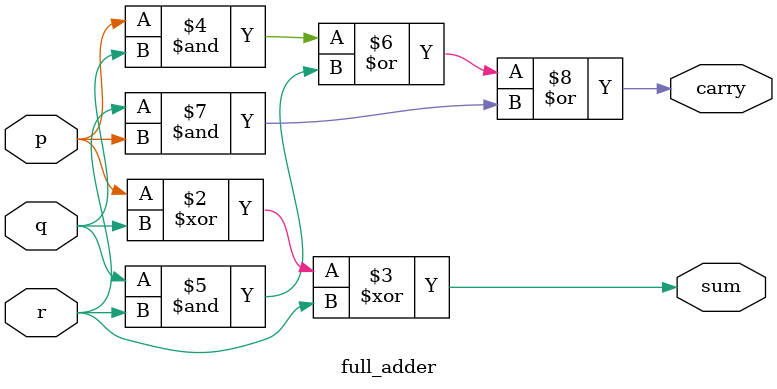
<source format=v>
module full_adder(p,q,r,sum,carry);
input p,q,r;
output sum,carry;

reg sum,carry;

always@(p or q or r) begin 
	sum = p^q^r;
	carry = p&q | q&r | r&p;
end
endmodule 
</source>
